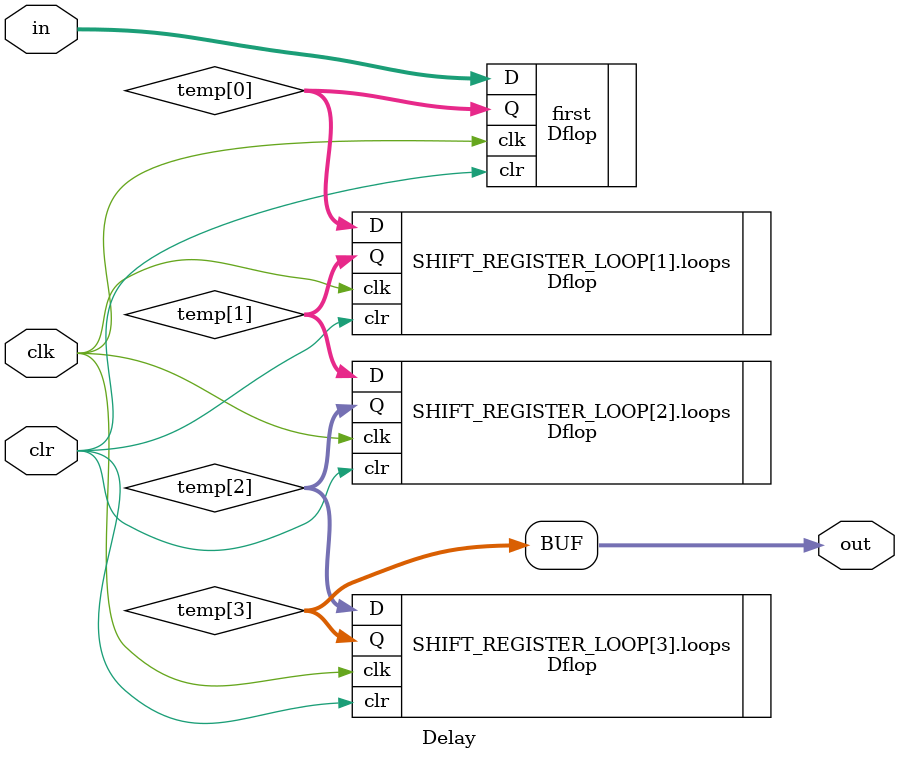
<source format=v>
module Delay
#(parameter DATA_WIDTH = 16, CLKCYCLES = 4)
(
input clk, clr,
input [DATA_WIDTH-1:0] in,
output [DATA_WIDTH-1:0] out
);

wire [DATA_WIDTH-1:0] temp [CLKCYCLES-1:0];

genvar i;

generate

		Dflop 
		#(DATA_WIDTH) 
		first
		(
			 .clk(clk),
			 .clr(clr),
			 .D(in),
			 .Q(temp[0])
		);

    for (i = 1; i < CLKCYCLES; i = i + 1) begin : SHIFT_REGISTER_LOOP
        Dflop
		  #(DATA_WIDTH)
		  loops (
            .clk(clk),
            .clr(clr),
            .D(temp[i-1]),
            .Q(temp[i])
        );
    end
	 
	 assign out = temp[CLKCYCLES-1];

 
endgenerate

//out = temp[CLKCYCLES-1];

endmodule

</source>
